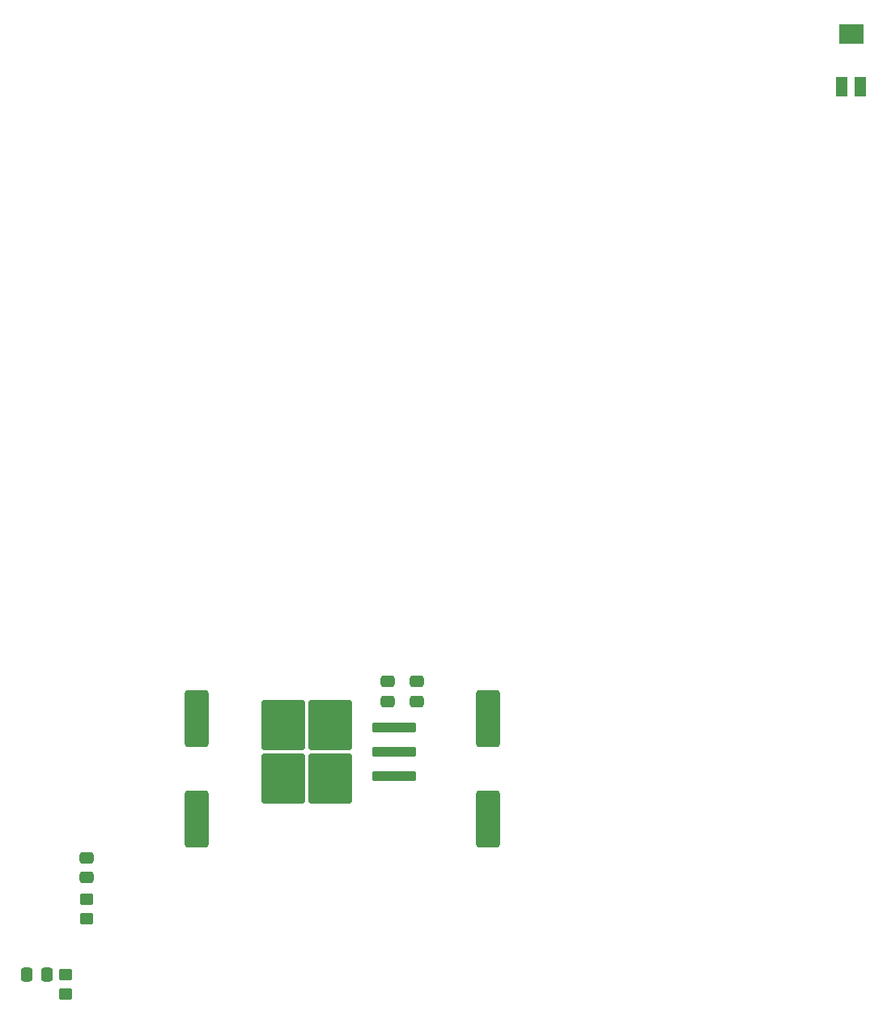
<source format=gtp>
G04 #@! TF.GenerationSoftware,KiCad,Pcbnew,7.0.7*
G04 #@! TF.CreationDate,2024-01-25T14:39:24+01:00*
G04 #@! TF.ProjectId,rotor,726f746f-722e-46b6-9963-61645f706362,rev?*
G04 #@! TF.SameCoordinates,Original*
G04 #@! TF.FileFunction,Paste,Top*
G04 #@! TF.FilePolarity,Positive*
%FSLAX46Y46*%
G04 Gerber Fmt 4.6, Leading zero omitted, Abs format (unit mm)*
G04 Created by KiCad (PCBNEW 7.0.7) date 2024-01-25 14:39:24*
%MOMM*%
%LPD*%
G01*
G04 APERTURE LIST*
G04 Aperture macros list*
%AMRoundRect*
0 Rectangle with rounded corners*
0 $1 Rounding radius*
0 $2 $3 $4 $5 $6 $7 $8 $9 X,Y pos of 4 corners*
0 Add a 4 corners polygon primitive as box body*
4,1,4,$2,$3,$4,$5,$6,$7,$8,$9,$2,$3,0*
0 Add four circle primitives for the rounded corners*
1,1,$1+$1,$2,$3*
1,1,$1+$1,$4,$5*
1,1,$1+$1,$6,$7*
1,1,$1+$1,$8,$9*
0 Add four rect primitives between the rounded corners*
20,1,$1+$1,$2,$3,$4,$5,0*
20,1,$1+$1,$4,$5,$6,$7,0*
20,1,$1+$1,$6,$7,$8,$9,0*
20,1,$1+$1,$8,$9,$2,$3,0*%
G04 Aperture macros list end*
%ADD10RoundRect,0.250000X-0.450000X0.350000X-0.450000X-0.350000X0.450000X-0.350000X0.450000X0.350000X0*%
%ADD11RoundRect,0.250000X-0.475000X0.337500X-0.475000X-0.337500X0.475000X-0.337500X0.475000X0.337500X0*%
%ADD12R,1.200000X2.000000*%
%ADD13R,2.500000X2.000000*%
%ADD14RoundRect,0.250000X-0.337500X-0.475000X0.337500X-0.475000X0.337500X0.475000X-0.337500X0.475000X0*%
%ADD15RoundRect,0.328947X0.921053X-2.671053X0.921053X2.671053X-0.921053X2.671053X-0.921053X-2.671053X0*%
%ADD16RoundRect,0.250000X2.050000X0.300000X-2.050000X0.300000X-2.050000X-0.300000X2.050000X-0.300000X0*%
%ADD17RoundRect,0.250000X2.025000X2.375000X-2.025000X2.375000X-2.025000X-2.375000X2.025000X-2.375000X0*%
G04 APERTURE END LIST*
D10*
X118200000Y-77940000D03*
X118200000Y-79940000D03*
D11*
X152750000Y-55175000D03*
X152750000Y-57250000D03*
D12*
X197200000Y7000000D03*
D13*
X198200000Y12500000D03*
D12*
X199200000Y7000000D03*
D14*
X111962500Y-85800000D03*
X114037500Y-85800000D03*
D11*
X118200000Y-73562500D03*
X118200000Y-75637500D03*
X149740000Y-55175000D03*
X149740000Y-57250000D03*
D15*
X129750000Y-69500000D03*
X129750000Y-59000000D03*
D10*
X116000000Y-85800000D03*
X116000000Y-87800000D03*
D15*
X160250000Y-69500000D03*
X160250000Y-59000000D03*
D16*
X150400000Y-65040000D03*
X150400000Y-62500000D03*
D17*
X143675000Y-65275000D03*
X143675000Y-59725000D03*
X138825000Y-65275000D03*
X138825000Y-59725000D03*
D16*
X150400000Y-59960000D03*
M02*

</source>
